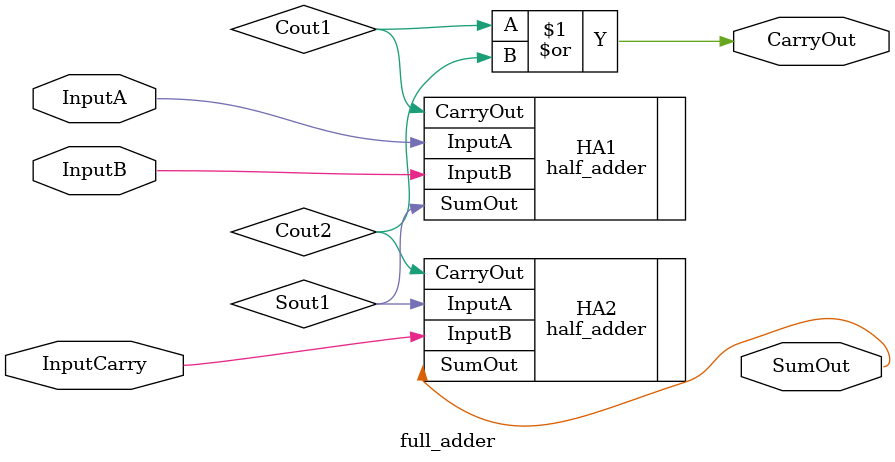
<source format=v>
`timescale 1ns / 1ps

module full_adder(
    input InputA,
    input InputB,
    input InputCarry,
    output SumOut,
    output CarryOut
    );
    wire Sout1, Cout2;

    half_adder HA1(
        .InputA(InputA),    .InputB(InputB),
        .SumOut(Sout1),     .CarryOut(Cout1)
    );
    half_adder HA2(
        .InputA(Sout1),    .InputB(InputCarry),
        .SumOut(SumOut),     .CarryOut(Cout2)
    );

    assign CarryOut = Cout1 | Cout2;
endmodule
</source>
